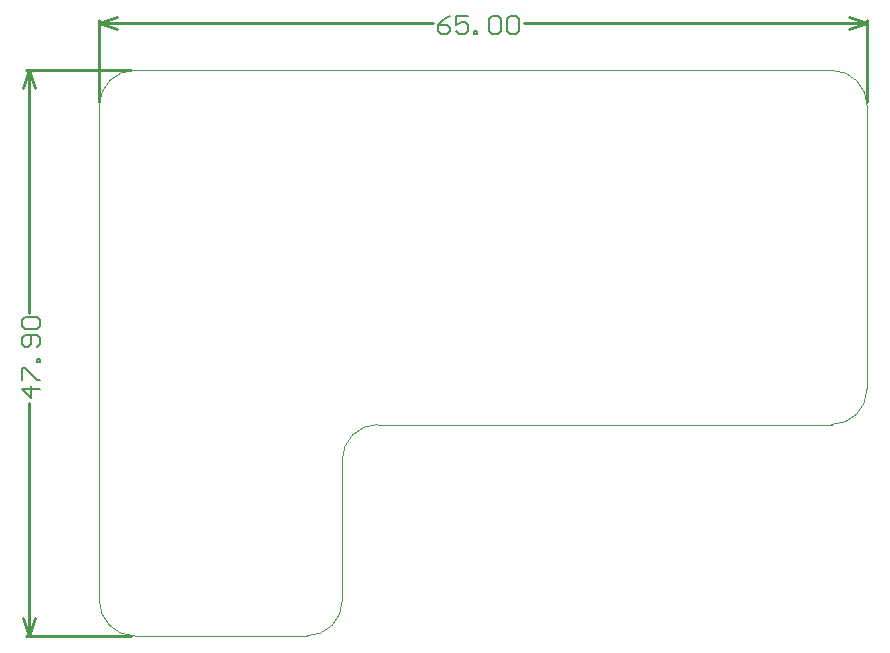
<source format=gm1>
G04*
G04 #@! TF.GenerationSoftware,Altium Limited,Altium Designer,18.1.9 (240)*
G04*
G04 Layer_Color=16711935*
%FSAX25Y25*%
%MOIN*%
G70*
G01*
G75*
%ADD12C,0.01000*%
%ADD13C,0.00394*%
%ADD56C,0.00600*%
D12*
X0650126Y0405217D02*
Y0432496D01*
X0394220Y0405217D02*
Y0432496D01*
X0535669Y0431496D02*
X0650126D01*
X0394220D02*
X0505478D01*
X0644126Y0433496D02*
X0650126Y0431496D01*
X0644126Y0429496D02*
X0650126Y0431496D01*
X0394220D02*
X0400220Y0429496D01*
X0394220Y0431496D02*
X0400220Y0433496D01*
X0369866Y0227264D02*
X0404835D01*
X0369866Y0415831D02*
X0404835D01*
X0370866Y0227264D02*
Y0304852D01*
Y0335043D02*
Y0415831D01*
Y0227264D02*
X0372866Y0233264D01*
X0368866D02*
X0370866Y0227264D01*
X0368866Y0409831D02*
X0370866Y0415831D01*
X0372866Y0409831D01*
D13*
X0487008Y0297736D02*
G03*
X0475197Y0285925I0000000J-0011811D01*
G01*
X0463386Y0227264D02*
G03*
X0475197Y0239075I0000000J0011811D01*
G01*
X0394220Y0239075D02*
G03*
X0406032Y0227264I0011811J0000000D01*
G01*
X0650126Y0404020D02*
G03*
X0638315Y0415831I-0011811J0000000D01*
G01*
Y0297721D02*
G03*
X0650126Y0309531I0000000J0011811D01*
G01*
X0406032Y0415831D02*
G03*
X0394220Y0404020I0000000J-0011811D01*
G01*
X0475197Y0239075D02*
Y0285925D01*
X0394220Y0239075D02*
Y0404020D01*
X0406032Y0227264D02*
X0463386D01*
X0650126Y0309531D02*
Y0404020D01*
X0487008Y0297721D02*
X0638315Y0297721D01*
X0406032Y0415831D02*
X0638315Y0415831D01*
D56*
X0511076Y0433895D02*
X0509077Y0432895D01*
X0507078Y0430896D01*
Y0428897D01*
X0508077Y0427897D01*
X0510077D01*
X0511076Y0428897D01*
Y0429896D01*
X0510077Y0430896D01*
X0507078D01*
X0517074Y0433895D02*
X0513076D01*
Y0430896D01*
X0515075Y0431896D01*
X0516075D01*
X0517074Y0430896D01*
Y0428897D01*
X0516075Y0427897D01*
X0514075D01*
X0513076Y0428897D01*
X0519074Y0427897D02*
Y0428897D01*
X0520073D01*
Y0427897D01*
X0519074D01*
X0524072Y0432895D02*
X0525072Y0433895D01*
X0527071D01*
X0528071Y0432895D01*
Y0428897D01*
X0527071Y0427897D01*
X0525072D01*
X0524072Y0428897D01*
Y0432895D01*
X0530070D02*
X0531070Y0433895D01*
X0533069D01*
X0534069Y0432895D01*
Y0428897D01*
X0533069Y0427897D01*
X0531070D01*
X0530070Y0428897D01*
Y0432895D01*
X0374465Y0309451D02*
X0368467D01*
X0371466Y0306452D01*
Y0310450D01*
X0368467Y0312450D02*
Y0316448D01*
X0369467D01*
X0373465Y0312450D01*
X0374465D01*
Y0318448D02*
X0373465D01*
Y0319447D01*
X0374465D01*
Y0318448D01*
X0373465Y0323446D02*
X0374465Y0324446D01*
Y0326445D01*
X0373465Y0327445D01*
X0369467D01*
X0368467Y0326445D01*
Y0324446D01*
X0369467Y0323446D01*
X0370466D01*
X0371466Y0324446D01*
Y0327445D01*
X0369467Y0329444D02*
X0368467Y0330444D01*
Y0332443D01*
X0369467Y0333443D01*
X0373465D01*
X0374465Y0332443D01*
Y0330444D01*
X0373465Y0329444D01*
X0369467D01*
M02*

</source>
